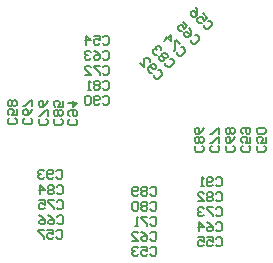
<source format=gbo>
G04*
G04 #@! TF.GenerationSoftware,Altium Limited,Altium Designer,21.2.2 (38)*
G04*
G04 Layer_Color=32896*
%FSLAX25Y25*%
%MOIN*%
G70*
G04*
G04 #@! TF.SameCoordinates,7CE423D0-DD0A-4659-BC9C-6402AB630EF7*
G04*
G04*
G04 #@! TF.FilePolarity,Positive*
G04*
G01*
G75*
%ADD15C,0.00800*%
D15*
X303100Y309069D02*
X303600Y308569D01*
Y307570D01*
X303100Y307070D01*
X301100D01*
X300601Y307570D01*
Y308569D01*
X301100Y309069D01*
X303600Y312068D02*
Y310069D01*
X302100D01*
X302600Y311069D01*
Y311568D01*
X302100Y312068D01*
X301100D01*
X300601Y311568D01*
Y310569D01*
X301100Y310069D01*
X303100Y313068D02*
X303600Y313568D01*
Y314567D01*
X303100Y315067D01*
X301100D01*
X300601Y314567D01*
Y313568D01*
X301100Y313068D01*
X303100D01*
X297925Y309069D02*
X298425Y308569D01*
Y307570D01*
X297925Y307070D01*
X295925D01*
X295426Y307570D01*
Y308569D01*
X295925Y309069D01*
X298425Y312068D02*
Y310069D01*
X296925D01*
X297425Y311069D01*
Y311568D01*
X296925Y312068D01*
X295925D01*
X295426Y311568D01*
Y310569D01*
X295925Y310069D01*
Y313068D02*
X295426Y313568D01*
Y314567D01*
X295925Y315067D01*
X297925D01*
X298425Y314567D01*
Y313568D01*
X297925Y313068D01*
X297425D01*
X296925Y313568D01*
Y315067D01*
X233799Y280500D02*
X234299Y280999D01*
X235299D01*
X235799Y280500D01*
Y278500D01*
X235299Y278000D01*
X234299D01*
X233799Y278500D01*
X230800Y280999D02*
X232800D01*
Y279500D01*
X231800Y280000D01*
X231300D01*
X230800Y279500D01*
Y278500D01*
X231300Y278000D01*
X232300D01*
X232800Y278500D01*
X229801Y280999D02*
X227801D01*
Y280500D01*
X229801Y278500D01*
Y278000D01*
X233999Y285300D02*
X234499Y285800D01*
X235499D01*
X235999Y285300D01*
Y283300D01*
X235499Y282801D01*
X234499D01*
X233999Y283300D01*
X231000Y285800D02*
X232000Y285300D01*
X233000Y284300D01*
Y283300D01*
X232500Y282801D01*
X231500D01*
X231000Y283300D01*
Y283800D01*
X231500Y284300D01*
X233000D01*
X228001Y285800D02*
X229001Y285300D01*
X230001Y284300D01*
Y283300D01*
X229501Y282801D01*
X228501D01*
X228001Y283300D01*
Y283800D01*
X228501Y284300D01*
X230001D01*
X233899Y290400D02*
X234399Y290899D01*
X235399D01*
X235899Y290400D01*
Y288400D01*
X235399Y287900D01*
X234399D01*
X233899Y288400D01*
X232900Y290899D02*
X230900D01*
Y290400D01*
X232900Y288400D01*
Y287900D01*
X227901Y290899D02*
X229901D01*
Y289400D01*
X228901Y289900D01*
X228401D01*
X227901Y289400D01*
Y288400D01*
X228401Y287900D01*
X229401D01*
X229901Y288400D01*
X233899Y295300D02*
X234399Y295799D01*
X235399D01*
X235899Y295300D01*
Y293300D01*
X235399Y292800D01*
X234399D01*
X233899Y293300D01*
X232900Y295300D02*
X232400Y295799D01*
X231400D01*
X230900Y295300D01*
Y294800D01*
X231400Y294300D01*
X230900Y293800D01*
Y293300D01*
X231400Y292800D01*
X232400D01*
X232900Y293300D01*
Y293800D01*
X232400Y294300D01*
X232900Y294800D01*
Y295300D01*
X232400Y294300D02*
X231400D01*
X228401Y292800D02*
Y295799D01*
X229901Y294300D01*
X227901D01*
X233699Y300500D02*
X234199Y300999D01*
X235199D01*
X235699Y300500D01*
Y298500D01*
X235199Y298001D01*
X234199D01*
X233699Y298500D01*
X232700D02*
X232200Y298001D01*
X231200D01*
X230700Y298500D01*
Y300500D01*
X231200Y300999D01*
X232200D01*
X232700Y300500D01*
Y300000D01*
X232200Y299500D01*
X230700D01*
X229701Y300500D02*
X229201Y300999D01*
X228201D01*
X227701Y300500D01*
Y300000D01*
X228201Y299500D01*
X228701D01*
X228201D01*
X227701Y299000D01*
Y298500D01*
X228201Y298001D01*
X229201D01*
X229701Y298500D01*
X240158Y317857D02*
X240658Y317357D01*
Y316357D01*
X240158Y315857D01*
X238159D01*
X237659Y316357D01*
Y317357D01*
X238159Y317857D01*
Y318856D02*
X237659Y319356D01*
Y320356D01*
X238159Y320856D01*
X240158D01*
X240658Y320356D01*
Y319356D01*
X240158Y318856D01*
X239658D01*
X239158Y319356D01*
Y320856D01*
X237659Y323355D02*
X240658D01*
X239158Y321855D01*
Y323855D01*
X267722Y334137D02*
X268428Y334137D01*
X269135Y333430D01*
Y332723D01*
X267722Y331309D01*
X267015D01*
X266308Y332016D01*
X266308Y332723D01*
X265601Y333430D02*
X264894D01*
X264187Y334137D01*
X264187Y334843D01*
X265601Y336257D01*
X266308Y336257D01*
X267015Y335550D01*
Y334843D01*
X266661Y334490D01*
X265954Y334490D01*
X264894Y335550D01*
X261713Y336611D02*
X263127Y335197D01*
Y338024D01*
X263480Y338378D01*
X264187D01*
X264894Y337671D01*
Y336964D01*
X286949Y298070D02*
X287449Y298570D01*
X288448D01*
X288948Y298070D01*
Y296071D01*
X288448Y295571D01*
X287449D01*
X286949Y296071D01*
X285949D02*
X285449Y295571D01*
X284450D01*
X283950Y296071D01*
Y298070D01*
X284450Y298570D01*
X285449D01*
X285949Y298070D01*
Y297570D01*
X285449Y297071D01*
X283950D01*
X282950Y295571D02*
X281950D01*
X282450D01*
Y298570D01*
X282950Y298070D01*
X249279Y325168D02*
X249779Y325668D01*
X250779D01*
X251278Y325168D01*
Y323169D01*
X250779Y322669D01*
X249779D01*
X249279Y323169D01*
X248280D02*
X247780Y322669D01*
X246780D01*
X246280Y323169D01*
Y325168D01*
X246780Y325668D01*
X247780D01*
X248280Y325168D01*
Y324669D01*
X247780Y324169D01*
X246280D01*
X245280Y325168D02*
X244781Y325668D01*
X243781D01*
X243281Y325168D01*
Y323169D01*
X243781Y322669D01*
X244781D01*
X245280Y323169D01*
Y325168D01*
X265050Y294928D02*
X265550Y295427D01*
X266550D01*
X267050Y294928D01*
Y292928D01*
X266550Y292428D01*
X265550D01*
X265050Y292928D01*
X264051Y294928D02*
X263551Y295427D01*
X262551D01*
X262051Y294928D01*
Y294428D01*
X262551Y293928D01*
X262051Y293428D01*
Y292928D01*
X262551Y292428D01*
X263551D01*
X264051Y292928D01*
Y293428D01*
X263551Y293928D01*
X264051Y294428D01*
Y294928D01*
X263551Y293928D02*
X262551D01*
X261052Y292928D02*
X260552Y292428D01*
X259552D01*
X259052Y292928D01*
Y294928D01*
X259552Y295427D01*
X260552D01*
X261052Y294928D01*
Y294428D01*
X260552Y293928D01*
X259052D01*
X282400Y309069D02*
X282899Y308569D01*
Y307570D01*
X282400Y307070D01*
X280400D01*
X279901Y307570D01*
Y308569D01*
X280400Y309069D01*
X282400Y310069D02*
X282899Y310569D01*
Y311568D01*
X282400Y312068D01*
X281900D01*
X281400Y311568D01*
X280900Y312068D01*
X280400D01*
X279901Y311568D01*
Y310569D01*
X280400Y310069D01*
X280900D01*
X281400Y310569D01*
X281900Y310069D01*
X282400D01*
X281400Y310569D02*
Y311568D01*
X282899Y315067D02*
X282400Y314068D01*
X281400Y313068D01*
X280400D01*
X279901Y313568D01*
Y314567D01*
X280400Y315067D01*
X280900D01*
X281400Y314567D01*
Y313068D01*
X235358Y318057D02*
X235858Y317557D01*
Y316557D01*
X235358Y316057D01*
X233359D01*
X232859Y316557D01*
Y317557D01*
X233359Y318057D01*
X235358Y319056D02*
X235858Y319556D01*
Y320556D01*
X235358Y321056D01*
X234858D01*
X234358Y320556D01*
X233858Y321056D01*
X233359D01*
X232859Y320556D01*
Y319556D01*
X233359Y319056D01*
X233858D01*
X234358Y319556D01*
X234858Y319056D01*
X235358D01*
X234358Y319556D02*
Y320556D01*
X235858Y324055D02*
Y322055D01*
X234358D01*
X234858Y323055D01*
Y323555D01*
X234358Y324055D01*
X233359D01*
X232859Y323555D01*
Y322555D01*
X233359Y322055D01*
X271542Y337957D02*
X272249Y337957D01*
X272956Y337250D01*
Y336543D01*
X271542Y335130D01*
X270835D01*
X270128Y335837D01*
X270128Y336543D01*
X270835Y338664D02*
Y339371D01*
X270128Y340078D01*
X269422Y340078D01*
X269068Y339724D01*
Y339018D01*
X268361Y339018D01*
X268008Y338664D01*
X268008Y337957D01*
X268715Y337250D01*
X269422D01*
X269775Y337604D01*
Y338311D01*
X270482Y338311D01*
X270835Y338664D01*
X269775Y338311D02*
X269068Y339018D01*
X268715Y340785D02*
Y341492D01*
X268008Y342198D01*
X267301D01*
X266948Y341845D01*
Y341138D01*
X267301Y340785D01*
X266948Y341138D01*
X266241Y341138D01*
X265887Y340785D01*
X265887Y340078D01*
X266594Y339371D01*
X267301D01*
X286949Y293070D02*
X287449Y293570D01*
X288448D01*
X288948Y293070D01*
Y291071D01*
X288448Y290571D01*
X287449D01*
X286949Y291071D01*
X285949Y293070D02*
X285449Y293570D01*
X284450D01*
X283950Y293070D01*
Y292570D01*
X284450Y292071D01*
X283950Y291571D01*
Y291071D01*
X284450Y290571D01*
X285449D01*
X285949Y291071D01*
Y291571D01*
X285449Y292071D01*
X285949Y292570D01*
Y293070D01*
X285449Y292071D02*
X284450D01*
X280951Y290571D02*
X282950D01*
X280951Y292570D01*
Y293070D01*
X281451Y293570D01*
X282450D01*
X282950Y293070D01*
X249279Y330169D02*
X249779Y330668D01*
X250779D01*
X251278Y330169D01*
Y328169D01*
X250779Y327669D01*
X249779D01*
X249279Y328169D01*
X248280Y330169D02*
X247780Y330668D01*
X246780D01*
X246280Y330169D01*
Y329669D01*
X246780Y329169D01*
X246280Y328669D01*
Y328169D01*
X246780Y327669D01*
X247780D01*
X248280Y328169D01*
Y328669D01*
X247780Y329169D01*
X248280Y329669D01*
Y330169D01*
X247780Y329169D02*
X246780D01*
X245280Y327669D02*
X244281D01*
X244781D01*
Y330668D01*
X245280Y330169D01*
X265050Y289928D02*
X265550Y290427D01*
X266550D01*
X267050Y289928D01*
Y287928D01*
X266550Y287428D01*
X265550D01*
X265050Y287928D01*
X264051Y289928D02*
X263551Y290427D01*
X262551D01*
X262051Y289928D01*
Y289428D01*
X262551Y288928D01*
X262051Y288428D01*
Y287928D01*
X262551Y287428D01*
X263551D01*
X264051Y287928D01*
Y288428D01*
X263551Y288928D01*
X264051Y289428D01*
Y289928D01*
X263551Y288928D02*
X262551D01*
X261052Y289928D02*
X260552Y290427D01*
X259552D01*
X259052Y289928D01*
Y287928D01*
X259552Y287428D01*
X260552D01*
X261052Y287928D01*
Y289928D01*
X287575Y309069D02*
X288074Y308569D01*
Y307570D01*
X287575Y307070D01*
X285575D01*
X285075Y307570D01*
Y308569D01*
X285575Y309069D01*
X288074Y310069D02*
Y312068D01*
X287575D01*
X285575Y310069D01*
X285075D01*
X288074Y313068D02*
Y315067D01*
X287575D01*
X285575Y313068D01*
X285075D01*
X230358Y317957D02*
X230858Y317457D01*
Y316457D01*
X230358Y315957D01*
X228359D01*
X227859Y316457D01*
Y317457D01*
X228359Y317957D01*
X230858Y318956D02*
Y320956D01*
X230358D01*
X228359Y318956D01*
X227859D01*
X230858Y323955D02*
X230358Y322955D01*
X229358Y321955D01*
X228359D01*
X227859Y322455D01*
Y323455D01*
X228359Y323955D01*
X228858D01*
X229358Y323455D01*
Y321955D01*
X275363Y341778D02*
X276070Y341778D01*
X276777Y341071D01*
Y340364D01*
X275363Y338950D01*
X274656D01*
X273949Y339657D01*
X273949Y340364D01*
X275009Y342838D02*
X273596Y344252D01*
X273242Y343899D01*
Y341071D01*
X272889Y340718D01*
X269708Y343899D02*
X271829Y346019D01*
X271829Y343899D01*
X270415Y345312D01*
X286949Y288070D02*
X287449Y288570D01*
X288448D01*
X288948Y288070D01*
Y286071D01*
X288448Y285571D01*
X287449D01*
X286949Y286071D01*
X285949Y288570D02*
X283950D01*
Y288070D01*
X285949Y286071D01*
Y285571D01*
X282950Y288070D02*
X282450Y288570D01*
X281451D01*
X280951Y288070D01*
Y287571D01*
X281451Y287071D01*
X281950D01*
X281451D01*
X280951Y286571D01*
Y286071D01*
X281451Y285571D01*
X282450D01*
X282950Y286071D01*
X249279Y335169D02*
X249779Y335668D01*
X250779D01*
X251278Y335169D01*
Y333169D01*
X250779Y332669D01*
X249779D01*
X249279Y333169D01*
X248280Y335668D02*
X246280D01*
Y335169D01*
X248280Y333169D01*
Y332669D01*
X243281D02*
X245280D01*
X243281Y334669D01*
Y335169D01*
X243781Y335668D01*
X244781D01*
X245280Y335169D01*
X265050Y284928D02*
X265550Y285427D01*
X266550D01*
X267050Y284928D01*
Y282928D01*
X266550Y282428D01*
X265550D01*
X265050Y282928D01*
X264051Y285427D02*
X262051D01*
Y284928D01*
X264051Y282928D01*
Y282428D01*
X261052D02*
X260052D01*
X260552D01*
Y285427D01*
X261052Y284928D01*
X292750Y309069D02*
X293250Y308569D01*
Y307570D01*
X292750Y307070D01*
X290750D01*
X290250Y307570D01*
Y308569D01*
X290750Y309069D01*
X293250Y312068D02*
X292750Y311069D01*
X291750Y310069D01*
X290750D01*
X290250Y310569D01*
Y311568D01*
X290750Y312068D01*
X291250D01*
X291750Y311568D01*
Y310069D01*
X292750Y313068D02*
X293250Y313568D01*
Y314567D01*
X292750Y315067D01*
X292250D01*
X291750Y314567D01*
X291250Y315067D01*
X290750D01*
X290250Y314567D01*
Y313568D01*
X290750Y313068D01*
X291250D01*
X291750Y313568D01*
X292250Y313068D01*
X292750D01*
X291750Y313568D02*
Y314567D01*
X225158Y318157D02*
X225658Y317657D01*
Y316657D01*
X225158Y316157D01*
X223159D01*
X222659Y316657D01*
Y317657D01*
X223159Y318157D01*
X225658Y321156D02*
X225158Y320156D01*
X224158Y319156D01*
X223159D01*
X222659Y319656D01*
Y320656D01*
X223159Y321156D01*
X223658D01*
X224158Y320656D01*
Y319156D01*
X225658Y322155D02*
Y324155D01*
X225158D01*
X223159Y322155D01*
X222659D01*
X279913Y345828D02*
X280620Y345828D01*
X281327Y345121D01*
Y344414D01*
X279913Y343000D01*
X279206D01*
X278499Y343707D01*
X278499Y344414D01*
X278146Y348302D02*
X278499Y347242D01*
X278499Y345828D01*
X277792Y345121D01*
X277085D01*
X276378Y345828D01*
X276378Y346535D01*
X276732Y346888D01*
X277439Y346888D01*
X278499Y345828D01*
X276025Y350423D02*
X277439Y349009D01*
X276378Y347949D01*
X276025Y349009D01*
X275672Y349362D01*
X274965D01*
X274258Y348655D01*
X274258Y347949D01*
X274965Y347242D01*
X275672D01*
X286949Y283070D02*
X287449Y283570D01*
X288448D01*
X288948Y283070D01*
Y281071D01*
X288448Y280571D01*
X287449D01*
X286949Y281071D01*
X283950Y283570D02*
X284949Y283070D01*
X285949Y282071D01*
Y281071D01*
X285449Y280571D01*
X284450D01*
X283950Y281071D01*
Y281571D01*
X284450Y282071D01*
X285949D01*
X281451Y280571D02*
Y283570D01*
X282950Y282071D01*
X280951D01*
X249279Y340168D02*
X249779Y340668D01*
X250779D01*
X251278Y340168D01*
Y338169D01*
X250779Y337669D01*
X249779D01*
X249279Y338169D01*
X246280Y340668D02*
X247280Y340168D01*
X248280Y339169D01*
Y338169D01*
X247780Y337669D01*
X246780D01*
X246280Y338169D01*
Y338669D01*
X246780Y339169D01*
X248280D01*
X245280Y340168D02*
X244781Y340668D01*
X243781D01*
X243281Y340168D01*
Y339669D01*
X243781Y339169D01*
X244281D01*
X243781D01*
X243281Y338669D01*
Y338169D01*
X243781Y337669D01*
X244781D01*
X245280Y338169D01*
X265050Y279927D02*
X265550Y280427D01*
X266550D01*
X267050Y279927D01*
Y277928D01*
X266550Y277428D01*
X265550D01*
X265050Y277928D01*
X262051Y280427D02*
X263051Y279927D01*
X264051Y278928D01*
Y277928D01*
X263551Y277428D01*
X262551D01*
X262051Y277928D01*
Y278428D01*
X262551Y278928D01*
X264051D01*
X259052Y277428D02*
X261052D01*
X259052Y279428D01*
Y279927D01*
X259552Y280427D01*
X260552D01*
X261052Y279927D01*
X220058Y318157D02*
X220558Y317657D01*
Y316657D01*
X220058Y316157D01*
X218059D01*
X217559Y316657D01*
Y317657D01*
X218059Y318157D01*
X220558Y321156D02*
Y319156D01*
X219058D01*
X219558Y320156D01*
Y320656D01*
X219058Y321156D01*
X218059D01*
X217559Y320656D01*
Y319656D01*
X218059Y319156D01*
X220058Y322155D02*
X220558Y322655D01*
Y323655D01*
X220058Y324155D01*
X219558D01*
X219058Y323655D01*
X218558Y324155D01*
X218059D01*
X217559Y323655D01*
Y322655D01*
X218059Y322155D01*
X218558D01*
X219058Y322655D01*
X219558Y322155D01*
X220058D01*
X219058Y322655D02*
Y323655D01*
X284273Y350632D02*
X284980Y350632D01*
X285687Y349925D01*
Y349219D01*
X284273Y347805D01*
X283566D01*
X282860Y348512D01*
X282860Y349219D01*
X282506Y353106D02*
X283920Y351693D01*
X282860Y350632D01*
X282506Y351693D01*
X282153Y352046D01*
X281446D01*
X280739Y351339D01*
X280739Y350632D01*
X281446Y349925D01*
X282153D01*
X280386Y355227D02*
X280739Y354167D01*
X280739Y352753D01*
X280032Y352046D01*
X279325D01*
X278618Y352753D01*
X278618Y353460D01*
X278972Y353813D01*
X279679Y353813D01*
X280739Y352753D01*
X286949Y278070D02*
X287449Y278570D01*
X288448D01*
X288948Y278070D01*
Y276071D01*
X288448Y275571D01*
X287449D01*
X286949Y276071D01*
X283950Y278570D02*
X285949D01*
Y277071D01*
X284949Y277571D01*
X284450D01*
X283950Y277071D01*
Y276071D01*
X284450Y275571D01*
X285449D01*
X285949Y276071D01*
X280951Y278570D02*
X282950D01*
Y277071D01*
X281950Y277571D01*
X281451D01*
X280951Y277071D01*
Y276071D01*
X281451Y275571D01*
X282450D01*
X282950Y276071D01*
X249279Y345168D02*
X249779Y345668D01*
X250779D01*
X251278Y345168D01*
Y343169D01*
X250779Y342669D01*
X249779D01*
X249279Y343169D01*
X246280Y345668D02*
X248280D01*
Y344169D01*
X247280Y344669D01*
X246780D01*
X246280Y344169D01*
Y343169D01*
X246780Y342669D01*
X247780D01*
X248280Y343169D01*
X243781Y342669D02*
Y345668D01*
X245280Y344169D01*
X243281D01*
X265050Y274927D02*
X265550Y275427D01*
X266550D01*
X267050Y274927D01*
Y272928D01*
X266550Y272428D01*
X265550D01*
X265050Y272928D01*
X262051Y275427D02*
X264051D01*
Y273928D01*
X263051Y274428D01*
X262551D01*
X262051Y273928D01*
Y272928D01*
X262551Y272428D01*
X263551D01*
X264051Y272928D01*
X261052Y274927D02*
X260552Y275427D01*
X259552D01*
X259052Y274927D01*
Y274428D01*
X259552Y273928D01*
X260052D01*
X259552D01*
X259052Y273428D01*
Y272928D01*
X259552Y272428D01*
X260552D01*
X261052Y272928D01*
M02*

</source>
